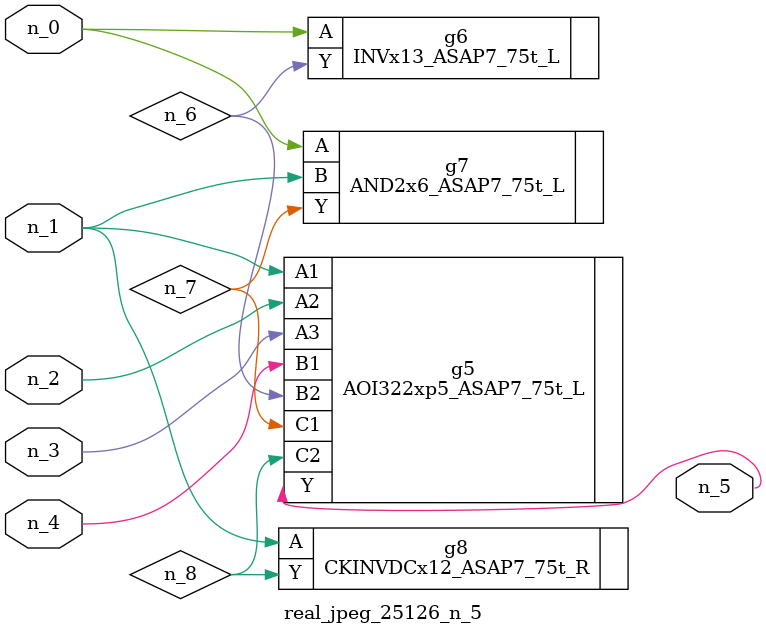
<source format=v>
module real_jpeg_25126_n_5 (n_4, n_0, n_1, n_2, n_3, n_5);

input n_4;
input n_0;
input n_1;
input n_2;
input n_3;

output n_5;

wire n_8;
wire n_6;
wire n_7;

INVx13_ASAP7_75t_L g6 ( 
.A(n_0),
.Y(n_6)
);

AND2x6_ASAP7_75t_L g7 ( 
.A(n_0),
.B(n_1),
.Y(n_7)
);

AOI322xp5_ASAP7_75t_L g5 ( 
.A1(n_1),
.A2(n_2),
.A3(n_3),
.B1(n_4),
.B2(n_6),
.C1(n_7),
.C2(n_8),
.Y(n_5)
);

CKINVDCx12_ASAP7_75t_R g8 ( 
.A(n_1),
.Y(n_8)
);


endmodule
</source>
